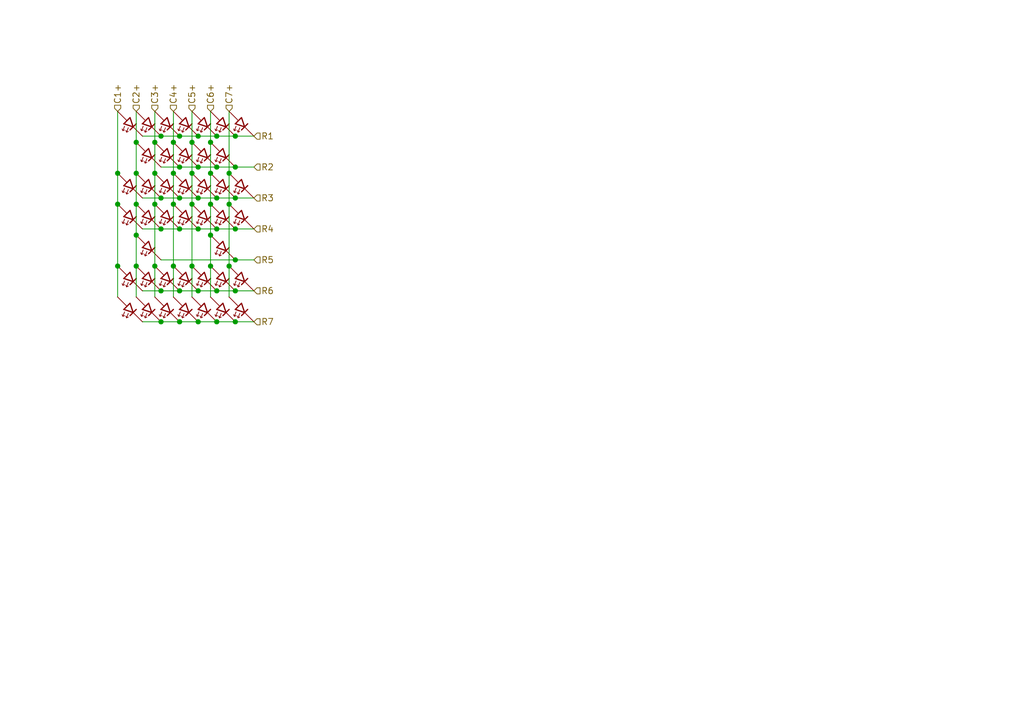
<source format=kicad_sch>
(kicad_sch (version 20250114) (generator "eeschema") (generator_version "9.0")
  (paper "A5")
  (lib_symbols
    (symbol "Device:LED_45deg" (pin_numbers (hide yes)) (pin_names (offset 0) (hide yes))
      (property "Reference" "D" (at 1.27 2.54 0))
      (property "Value" "LED_45deg" (at 1.27 0 0))
      (property "Sim.Pins" "1=K 2=A" (at 0 0 0))
      (symbol "LED_45deg_0_1"
        (polyline (pts (xy -1.4732 -1.4224) (xy -1.6256 -1.0668)))
        (polyline (pts (xy -1.27 0) (xy 0 1.27) (xy 0.635 -0.635) (xy -1.27 0)) (stroke (width 0.254)))
        (polyline (pts (xy -1.1176 -0.508) (xy -1.4732 -1.4224) (xy -1.1176 -1.27)))
        (polyline (pts (xy -0.7112 -1.7272) (xy -0.8636 -1.3716)))
        (polyline (pts (xy -0.635 0.635) (xy -2.54 2.54)))
        (polyline (pts (xy -0.3556 -0.8128) (xy -0.7112 -1.7272) (xy -0.3556 -1.5748)))
        (polyline (pts (xy 0 -1.27) (xy 1.27 0)) (stroke (width 0.254)))
        (polyline (pts (xy 2.54 -2.54) (xy 0.635 -0.635)))
      )
      (symbol "LED_45deg_1_1"
        (pin passive line (at -2.54 2.54 0) (length 0) (name "A") (number "2"))
        (pin passive line (at 2.54 -2.54 180) (length 0) (name "K") (number "1"))
      )
    )
  )
  (junction (at 24.13 41.91))
  (junction (at 48.26 59.69))
  (junction (at 40.64 46.99))
  (junction (at 48.26 53.34))
  (junction (at 43.18 48.26))
  (junction (at 39.37 29.21))
  (junction (at 40.64 66.04))
  (junction (at 39.37 35.56))
  (junction (at 48.26 27.94))
  (junction (at 48.26 34.29))
  (junction (at 36.83 66.04))
  (junction (at 39.37 54.61))
  (junction (at 48.26 40.64))
  (junction (at 36.83 27.94))
  (junction (at 46.99 41.91))
  (junction (at 31.75 29.21))
  (junction (at 31.75 54.61))
  (junction (at 27.94 54.61))
  (junction (at 36.83 59.69))
  (junction (at 31.75 41.91))
  (junction (at 43.18 41.91))
  (junction (at 40.64 34.29))
  (junction (at 46.99 35.56))
  (junction (at 33.02 59.69))
  (junction (at 48.26 46.99))
  (junction (at 44.45 27.94))
  (junction (at 39.37 41.91))
  (junction (at 40.64 27.94))
  (junction (at 27.94 48.26))
  (junction (at 40.64 59.69))
  (junction (at 24.13 54.61))
  (junction (at 33.02 27.94))
  (junction (at 40.64 40.64))
  (junction (at 31.75 35.56))
  (junction (at 43.18 54.61))
  (junction (at 27.94 35.56))
  (junction (at 35.56 29.21))
  (junction (at 44.45 34.29))
  (junction (at 36.83 46.99))
  (junction (at 33.02 46.99))
  (junction (at 43.18 29.21))
  (junction (at 33.02 40.64))
  (junction (at 44.45 46.99))
  (junction (at 35.56 41.91))
  (junction (at 35.56 54.61))
  (junction (at 36.83 40.64))
  (junction (at 44.45 40.64))
  (junction (at 44.45 59.69))
  (junction (at 46.99 54.61))
  (junction (at 48.26 66.04))
  (junction (at 27.94 29.21))
  (junction (at 43.18 35.56))
  (junction (at 44.45 66.04))
  (junction (at 36.83 34.29))
  (junction (at 24.13 35.56))
  (junction (at 35.56 35.56))
  (junction (at 27.94 41.91))
  (junction (at 33.02 66.04))
  (wire (pts (xy 36.83 66.04) (xy 40.64 66.04)))
  (wire (pts (xy 36.83 59.69) (xy 40.64 59.69)))
  (wire (pts (xy 31.75 29.21) (xy 31.75 35.56)))
  (wire (pts (xy 39.37 29.21) (xy 39.37 35.56)))
  (wire (pts (xy 43.18 54.61) (xy 43.18 60.96)))
  (wire (pts (xy 36.83 34.29) (xy 40.64 34.29)))
  (wire (pts (xy 44.45 66.04) (xy 48.26 66.04)))
  (wire (pts (xy 48.26 66.04) (xy 52.07 66.04)))
  (wire (pts (xy 27.94 35.56) (xy 27.94 41.91)))
  (wire (pts (xy 27.94 54.61) (xy 27.94 60.96)))
  (wire (pts (xy 31.75 35.56) (xy 31.75 41.91)))
  (wire (pts (xy 44.45 27.94) (xy 48.26 27.94)))
  (wire (pts (xy 48.26 40.64) (xy 52.07 40.64)))
  (wire (pts (xy 46.99 41.91) (xy 46.99 54.61)))
  (wire (pts (xy 48.26 27.94) (xy 52.07 27.94)))
  (wire (pts (xy 40.64 59.69) (xy 44.45 59.69)))
  (wire (pts (xy 40.64 34.29) (xy 44.45 34.29)))
  (wire (pts (xy 35.56 35.56) (xy 35.56 41.91)))
  (wire (pts (xy 24.13 54.61) (xy 24.13 60.96)))
  (wire (pts (xy 44.45 59.69) (xy 48.26 59.69)))
  (wire (pts (xy 43.18 29.21) (xy 43.18 35.56)))
  (wire (pts (xy 24.13 22.86) (xy 24.13 35.56)))
  (wire (pts (xy 33.02 66.04) (xy 36.83 66.04)))
  (wire (pts (xy 39.37 41.91) (xy 39.37 54.61)))
  (wire (pts (xy 43.18 41.91) (xy 43.18 48.26)))
  (wire (pts (xy 43.18 22.86) (xy 43.18 29.21)))
  (wire (pts (xy 31.75 22.86) (xy 31.75 29.21)))
  (wire (pts (xy 33.02 34.29) (xy 36.83 34.29)))
  (wire (pts (xy 29.21 27.94) (xy 33.02 27.94)))
  (wire (pts (xy 36.83 40.64) (xy 40.64 40.64)))
  (wire (pts (xy 24.13 35.56) (xy 24.13 41.91)))
  (wire (pts (xy 33.02 59.69) (xy 36.83 59.69)))
  (wire (pts (xy 33.02 27.94) (xy 36.83 27.94)))
  (wire (pts (xy 27.94 41.91) (xy 27.94 48.26)))
  (wire (pts (xy 46.99 35.56) (xy 46.99 41.91)))
  (wire (pts (xy 40.64 40.64) (xy 44.45 40.64)))
  (wire (pts (xy 35.56 29.21) (xy 35.56 35.56)))
  (wire (pts (xy 44.45 46.99) (xy 48.26 46.99)))
  (wire (pts (xy 35.56 22.86) (xy 35.56 29.21)))
  (wire (pts (xy 44.45 40.64) (xy 48.26 40.64)))
  (wire (pts (xy 43.18 35.56) (xy 43.18 41.91)))
  (wire (pts (xy 29.21 40.64) (xy 33.02 40.64)))
  (wire (pts (xy 40.64 66.04) (xy 44.45 66.04)))
  (wire (pts (xy 29.21 59.69) (xy 33.02 59.69)))
  (wire (pts (xy 33.02 46.99) (xy 36.83 46.99)))
  (wire (pts (xy 31.75 54.61) (xy 31.75 60.96)))
  (wire (pts (xy 39.37 22.86) (xy 39.37 29.21)))
  (wire (pts (xy 48.26 53.34) (xy 52.07 53.34)))
  (wire (pts (xy 36.83 46.99) (xy 40.64 46.99)))
  (wire (pts (xy 48.26 46.99) (xy 52.07 46.99)))
  (wire (pts (xy 35.56 54.61) (xy 35.56 60.96)))
  (wire (pts (xy 27.94 29.21) (xy 27.94 35.56)))
  (wire (pts (xy 40.64 46.99) (xy 44.45 46.99)))
  (wire (pts (xy 48.26 59.69) (xy 52.07 59.69)))
  (wire (pts (xy 39.37 35.56) (xy 39.37 41.91)))
  (wire (pts (xy 48.26 34.29) (xy 52.07 34.29)))
  (wire (pts (xy 24.13 41.91) (xy 24.13 54.61)))
  (wire (pts (xy 27.94 48.26) (xy 27.94 54.61)))
  (wire (pts (xy 29.21 66.04) (xy 33.02 66.04)))
  (wire (pts (xy 33.02 40.64) (xy 36.83 40.64)))
  (wire (pts (xy 36.83 27.94) (xy 40.64 27.94)))
  (wire (pts (xy 31.75 41.91) (xy 31.75 54.61)))
  (wire (pts (xy 29.21 46.99) (xy 33.02 46.99)))
  (wire (pts (xy 33.02 53.34) (xy 48.26 53.34)))
  (wire (pts (xy 46.99 22.86) (xy 46.99 35.56)))
  (wire (pts (xy 40.64 27.94) (xy 44.45 27.94)))
  (wire (pts (xy 46.99 54.61) (xy 46.99 60.96)))
  (wire (pts (xy 27.94 22.86) (xy 27.94 29.21)))
  (wire (pts (xy 39.37 54.61) (xy 39.37 60.96)))
  (wire (pts (xy 44.45 34.29) (xy 48.26 34.29)))
  (wire (pts (xy 43.18 48.26) (xy 43.18 54.61)))
  (wire (pts (xy 35.56 41.91) (xy 35.56 54.61)))
  (hierarchical_label "C5+" (shape input) (at 39.37 22.86 90))
  (hierarchical_label "R1" (shape input) (at 52.07 27.94 0))
  (hierarchical_label "R6" (shape input) (at 52.07 59.69 0))
  (hierarchical_label "C2+" (shape input) (at 27.94 22.86 90))
  (hierarchical_label "C6+" (shape input) (at 43.18 22.86 90))
  (hierarchical_label "C4+" (shape input) (at 35.56 22.86 90))
  (hierarchical_label "R3" (shape input) (at 52.07 40.64 0))
  (hierarchical_label "C3+" (shape input) (at 31.75 22.86 90))
  (hierarchical_label "R5" (shape input) (at 52.07 53.34 0))
  (hierarchical_label "R4" (shape input) (at 52.07 46.99 0))
  (hierarchical_label "R2" (shape input) (at 52.07 34.29 0))
  (hierarchical_label "C1+" (shape input) (at 24.13 22.86 90))
  (hierarchical_label "R7" (shape input) (at 52.07 66.04 0))
  (hierarchical_label "C7+" (shape input) (at 46.99 22.86 90))
  (symbol (lib_id "Device:LED_45deg") (at 41.91 57.15 0) (unit 1)
    (property "Reference" "D554" (effects (hide yes)))
    (property "Value" "LED_45deg" (effects (hide yes)))
    (property "Description" "Light emitting diode, rotated by 45°" (effects (hide yes)))
    (property "Sim.Pins" "1=K 2=A" (effects (hide yes)))
    (property "JLCPCB Part #" "C5210950" (effects (hide yes)))
  )
  (symbol (lib_id "Device:LED_45deg") (at 26.67 25.4 0) (unit 1)
    (property "Reference" "D514" (effects (hide yes)))
    (property "Value" "LED_45deg" (effects (hide yes)))
    (property "Description" "Light emitting diode, rotated by 45°" (effects (hide yes)))
    (property "Sim.Pins" "1=K 2=A" (effects (hide yes)))
    (property "JLCPCB Part #" "C5210950" (effects (hide yes)))
  )
  (symbol (lib_id "Device:LED_45deg") (at 26.67 57.15 0) (unit 1)
    (property "Reference" "D542" (effects (hide yes)))
    (property "Value" "LED_45deg" (effects (hide yes)))
    (property "Description" "Light emitting diode, rotated by 45°" (effects (hide yes)))
    (property "Sim.Pins" "1=K 2=A" (effects (hide yes)))
    (property "JLCPCB Part #" "C5210950" (effects (hide yes)))
  )
  (symbol (lib_id "Device:LED_45deg") (at 26.67 44.45 0) (unit 1)
    (property "Reference" "D528" (effects (hide yes)))
    (property "Value" "LED_45deg" (effects (hide yes)))
    (property "Description" "Light emitting diode, rotated by 45°" (effects (hide yes)))
    (property "Sim.Pins" "1=K 2=A" (effects (hide yes)))
    (property "JLCPCB Part #" "C5210950" (effects (hide yes)))
  )
  (symbol (lib_id "Device:LED_45deg") (at 49.53 25.4 0) (unit 1)
    (property "Reference" "D519" (effects (hide yes)))
    (property "Value" "LED_45deg" (effects (hide yes)))
    (property "Description" "Light emitting diode, rotated by 45°" (effects (hide yes)))
    (property "Sim.Pins" "1=K 2=A" (effects (hide yes)))
    (property "JLCPCB Part #" "C5210950" (effects (hide yes)))
  )
  (symbol (lib_id "Device:LED_45deg") (at 41.91 63.5 0) (unit 1)
    (property "Reference" "D555" (effects (hide yes)))
    (property "Value" "LED_45deg" (effects (hide yes)))
    (property "Description" "Light emitting diode, rotated by 45°" (effects (hide yes)))
    (property "Sim.Pins" "1=K 2=A" (effects (hide yes)))
    (property "JLCPCB Part #" "C5210950" (effects (hide yes)))
  )
  (symbol (lib_id "Device:LED_45deg") (at 30.48 38.1 0) (unit 1)
    (property "Reference" "D529" (effects (hide yes)))
    (property "Value" "LED_45deg" (effects (hide yes)))
    (property "Description" "Light emitting diode, rotated by 45°" (effects (hide yes)))
    (property "Sim.Pins" "1=K 2=A" (effects (hide yes)))
    (property "JLCPCB Part #" "C5210950" (effects (hide yes)))
  )
  (symbol (lib_id "Device:LED_45deg") (at 45.72 50.8 0) (unit 1)
    (property "Reference" "D556" (effects (hide yes)))
    (property "Value" "LED_45deg" (effects (hide yes)))
    (property "Description" "Light emitting diode, rotated by 45°" (effects (hide yes)))
    (property "Sim.Pins" "1=K 2=A" (effects (hide yes)))
    (property "JLCPCB Part #" "C5210950" (effects (hide yes)))
  )
  (symbol (lib_id "Device:LED_45deg") (at 49.53 38.1 0) (unit 1)
    (property "Reference" "D539" (effects (hide yes)))
    (property "Value" "LED_45deg" (effects (hide yes)))
    (property "Description" "Light emitting diode, rotated by 45°" (effects (hide yes)))
    (property "Sim.Pins" "1=K 2=A" (effects (hide yes)))
    (property "JLCPCB Part #" "C5210950" (effects (hide yes)))
  )
  (symbol (lib_id "Device:LED_45deg") (at 49.53 63.5 0) (unit 1)
    (property "Reference" "D561" (effects (hide yes)))
    (property "Value" "LED_45deg" (effects (hide yes)))
    (property "Description" "Light emitting diode, rotated by 45°" (effects (hide yes)))
    (property "Sim.Pins" "1=K 2=A" (effects (hide yes)))
    (property "JLCPCB Part #" "C5210950" (effects (hide yes)))
  )
  (symbol (lib_id "Device:LED_45deg") (at 34.29 25.4 0) (unit 1)
    (property "Reference" "D515" (effects (hide yes)))
    (property "Value" "LED_45deg" (effects (hide yes)))
    (property "Description" "Light emitting diode, rotated by 45°" (effects (hide yes)))
    (property "Sim.Pins" "1=K 2=A" (effects (hide yes)))
    (property "JLCPCB Part #" "C5210950" (effects (hide yes)))
  )
  (symbol (lib_id "Device:LED_45deg") (at 34.29 44.45 0) (unit 1)
    (property "Reference" "D532" (effects (hide yes)))
    (property "Value" "LED_45deg" (effects (hide yes)))
    (property "Description" "Light emitting diode, rotated by 45°" (effects (hide yes)))
    (property "Sim.Pins" "1=K 2=A" (effects (hide yes)))
    (property "JLCPCB Part #" "C5210950" (effects (hide yes)))
  )
  (symbol (lib_id "Device:LED_45deg") (at 26.67 38.1 0) (unit 1)
    (property "Reference" "D527" (effects (hide yes)))
    (property "Value" "LED_45deg" (effects (hide yes)))
    (property "Description" "Light emitting diode, rotated by 45°" (effects (hide yes)))
    (property "Sim.Pins" "1=K 2=A" (effects (hide yes)))
    (property "JLCPCB Part #" "C5210950" (effects (hide yes)))
  )
  (symbol (lib_id "Device:LED_45deg") (at 30.48 57.15 0) (unit 1)
    (property "Reference" "D545" (effects (hide yes)))
    (property "Value" "LED_45deg" (effects (hide yes)))
    (property "Description" "Light emitting diode, rotated by 45°" (effects (hide yes)))
    (property "Sim.Pins" "1=K 2=A" (effects (hide yes)))
    (property "JLCPCB Part #" "C5210950" (effects (hide yes)))
  )
  (symbol (lib_id "Device:LED_45deg") (at 45.72 31.75 0) (unit 1)
    (property "Reference" "D525" (effects (hide yes)))
    (property "Value" "LED_45deg" (effects (hide yes)))
    (property "Description" "Light emitting diode, rotated by 45°" (effects (hide yes)))
    (property "Sim.Pins" "1=K 2=A" (effects (hide yes)))
    (property "JLCPCB Part #" "C5210950" (effects (hide yes)))
  )
  (symbol (lib_id "Device:LED_45deg") (at 38.1 63.5 0) (unit 1)
    (property "Reference" "D552" (effects (hide yes)))
    (property "Value" "LED_45deg" (effects (hide yes)))
    (property "Description" "Light emitting diode, rotated by 45°" (effects (hide yes)))
    (property "Sim.Pins" "1=K 2=A" (effects (hide yes)))
    (property "JLCPCB Part #" "C5210950" (effects (hide yes)))
  )
  (symbol (lib_id "Device:LED_45deg") (at 30.48 25.4 0) (unit 1)
    (property "Reference" "D513" (effects (hide yes)))
    (property "Value" "LED_45deg" (effects (hide yes)))
    (property "Description" "Light emitting diode, rotated by 45°" (effects (hide yes)))
    (property "Sim.Pins" "1=K 2=A" (effects (hide yes)))
    (property "JLCPCB Part #" "C5210950" (effects (hide yes)))
  )
  (symbol (lib_id "Device:LED_45deg") (at 45.72 38.1 0) (unit 1)
    (property "Reference" "D537" (effects (hide yes)))
    (property "Value" "LED_45deg" (effects (hide yes)))
    (property "Description" "Light emitting diode, rotated by 45°" (effects (hide yes)))
    (property "Sim.Pins" "1=K 2=A" (effects (hide yes)))
    (property "JLCPCB Part #" "C5210950" (effects (hide yes)))
  )
  (symbol (lib_id "Device:LED_45deg") (at 49.53 57.15 0) (unit 1)
    (property "Reference" "D560" (effects (hide yes)))
    (property "Value" "LED_45deg" (effects (hide yes)))
    (property "Description" "Light emitting diode, rotated by 45°" (effects (hide yes)))
    (property "Sim.Pins" "1=K 2=A" (effects (hide yes)))
    (property "JLCPCB Part #" "C5210950" (effects (hide yes)))
  )
  (symbol (lib_id "Device:LED_45deg") (at 30.48 50.8 0) (unit 1)
    (property "Reference" "D544" (effects (hide yes)))
    (property "Value" "LED_45deg" (effects (hide yes)))
    (property "Description" "Light emitting diode, rotated by 45°" (effects (hide yes)))
    (property "Sim.Pins" "1=K 2=A" (effects (hide yes)))
    (property "JLCPCB Part #" "C5210950" (effects (hide yes)))
  )
  (symbol (lib_id "Device:LED_45deg") (at 34.29 57.15 0) (unit 1)
    (property "Reference" "D548" (effects (hide yes)))
    (property "Value" "LED_45deg" (effects (hide yes)))
    (property "Description" "Light emitting diode, rotated by 45°" (effects (hide yes)))
    (property "Sim.Pins" "1=K 2=A" (effects (hide yes)))
    (property "JLCPCB Part #" "C5210950" (effects (hide yes)))
  )
  (symbol (lib_id "Device:LED_45deg") (at 45.72 44.45 0) (unit 1)
    (property "Reference" "D538" (effects (hide yes)))
    (property "Value" "LED_45deg" (effects (hide yes)))
    (property "Description" "Light emitting diode, rotated by 45°" (effects (hide yes)))
    (property "Sim.Pins" "1=K 2=A" (effects (hide yes)))
    (property "JLCPCB Part #" "C5210950" (effects (hide yes)))
  )
  (symbol (lib_id "Device:LED_45deg") (at 38.1 25.4 0) (unit 1)
    (property "Reference" "D516" (effects (hide yes)))
    (property "Value" "LED_45deg" (effects (hide yes)))
    (property "Description" "Light emitting diode, rotated by 45°" (effects (hide yes)))
    (property "Sim.Pins" "1=K 2=A" (effects (hide yes)))
    (property "JLCPCB Part #" "C5210950" (effects (hide yes)))
  )
  (symbol (lib_id "Device:LED_45deg") (at 30.48 63.5 0) (unit 1)
    (property "Reference" "D546" (effects (hide yes)))
    (property "Value" "LED_45deg" (effects (hide yes)))
    (property "Description" "Light emitting diode, rotated by 45°" (effects (hide yes)))
    (property "Sim.Pins" "1=K 2=A" (effects (hide yes)))
    (property "JLCPCB Part #" "C5210950" (effects (hide yes)))
  )
  (symbol (lib_id "Device:LED_45deg") (at 41.91 25.4 0) (unit 1)
    (property "Reference" "D517" (effects (hide yes)))
    (property "Value" "LED_45deg" (effects (hide yes)))
    (property "Description" "Light emitting diode, rotated by 45°" (effects (hide yes)))
    (property "Sim.Pins" "1=K 2=A" (effects (hide yes)))
    (property "JLCPCB Part #" "C5210950" (effects (hide yes)))
  )
  (symbol (lib_id "Device:LED_45deg") (at 41.91 38.1 0) (unit 1)
    (property "Reference" "D535" (effects (hide yes)))
    (property "Value" "LED_45deg" (effects (hide yes)))
    (property "Description" "Light emitting diode, rotated by 45°" (effects (hide yes)))
    (property "Sim.Pins" "1=K 2=A" (effects (hide yes)))
    (property "JLCPCB Part #" "C5210950" (effects (hide yes)))
  )
  (symbol (lib_id "Device:LED_45deg") (at 41.91 44.45 0) (unit 1)
    (property "Reference" "D536" (effects (hide yes)))
    (property "Value" "LED_45deg" (effects (hide yes)))
    (property "Description" "Light emitting diode, rotated by 45°" (effects (hide yes)))
    (property "Sim.Pins" "1=K 2=A" (effects (hide yes)))
    (property "JLCPCB Part #" "C5210950" (effects (hide yes)))
  )
  (symbol (lib_id "Device:LED_45deg") (at 38.1 31.75 0) (unit 1)
    (property "Reference" "D523" (effects (hide yes)))
    (property "Value" "LED_45deg" (effects (hide yes)))
    (property "Description" "Light emitting diode, rotated by 45°" (effects (hide yes)))
    (property "Sim.Pins" "1=K 2=A" (effects (hide yes)))
    (property "JLCPCB Part #" "C5210950" (effects (hide yes)))
  )
  (symbol (lib_id "Device:LED_45deg") (at 34.29 63.5 0) (unit 1)
    (property "Reference" "D549" (effects (hide yes)))
    (property "Value" "LED_45deg" (effects (hide yes)))
    (property "Description" "Light emitting diode, rotated by 45°" (effects (hide yes)))
    (property "Sim.Pins" "1=K 2=A" (effects (hide yes)))
    (property "JLCPCB Part #" "C5210950" (effects (hide yes)))
  )
  (symbol (lib_id "Device:LED_45deg") (at 34.29 31.75 0) (unit 1)
    (property "Reference" "D522" (effects (hide yes)))
    (property "Value" "LED_45deg" (effects (hide yes)))
    (property "Description" "Light emitting diode, rotated by 45°" (effects (hide yes)))
    (property "Sim.Pins" "1=K 2=A" (effects (hide yes)))
    (property "JLCPCB Part #" "C5210950" (effects (hide yes)))
  )
  (symbol (lib_id "Device:LED_45deg") (at 30.48 44.45 0) (unit 1)
    (property "Reference" "D530" (effects (hide yes)))
    (property "Value" "LED_45deg" (effects (hide yes)))
    (property "Description" "Light emitting diode, rotated by 45°" (effects (hide yes)))
    (property "Sim.Pins" "1=K 2=A" (effects (hide yes)))
    (property "JLCPCB Part #" "C5210950" (effects (hide yes)))
  )
  (symbol (lib_id "Device:LED_45deg") (at 49.53 44.45 0) (unit 1)
    (property "Reference" "D540" (effects (hide yes)))
    (property "Value" "LED_45deg" (effects (hide yes)))
    (property "Description" "Light emitting diode, rotated by 45°" (effects (hide yes)))
    (property "Sim.Pins" "1=K 2=A" (effects (hide yes)))
    (property "JLCPCB Part #" "C5210950" (effects (hide yes)))
  )
  (symbol (lib_id "Device:LED_45deg") (at 30.48 31.75 0) (unit 1)
    (property "Reference" "D521" (effects (hide yes)))
    (property "Value" "LED_45deg" (effects (hide yes)))
    (property "Description" "Light emitting diode, rotated by 45°" (effects (hide yes)))
    (property "Sim.Pins" "1=K 2=A" (effects (hide yes)))
    (property "JLCPCB Part #" "C5210950" (effects (hide yes)))
  )
  (symbol (lib_id "Device:LED_45deg") (at 45.72 25.4 0) (unit 1)
    (property "Reference" "D518" (effects (hide yes)))
    (property "Value" "LED_45deg" (effects (hide yes)))
    (property "Description" "Light emitting diode, rotated by 45°" (effects (hide yes)))
    (property "Sim.Pins" "1=K 2=A" (effects (hide yes)))
    (property "JLCPCB Part #" "C5210950" (effects (hide yes)))
  )
  (symbol (lib_id "Device:LED_45deg") (at 41.91 31.75 0) (unit 1)
    (property "Reference" "D524" (effects (hide yes)))
    (property "Value" "LED_45deg" (effects (hide yes)))
    (property "Description" "Light emitting diode, rotated by 45°" (effects (hide yes)))
    (property "Sim.Pins" "1=K 2=A" (effects (hide yes)))
    (property "JLCPCB Part #" "C5210950" (effects (hide yes)))
  )
  (symbol (lib_id "Device:LED_45deg") (at 34.29 38.1 0) (unit 1)
    (property "Reference" "D531" (effects (hide yes)))
    (property "Value" "LED_45deg" (effects (hide yes)))
    (property "Description" "Light emitting diode, rotated by 45°" (effects (hide yes)))
    (property "Sim.Pins" "1=K 2=A" (effects (hide yes)))
    (property "JLCPCB Part #" "C5210950" (effects (hide yes)))
  )
  (symbol (lib_id "Device:LED_45deg") (at 45.72 63.5 0) (unit 1)
    (property "Reference" "D558" (effects (hide yes)))
    (property "Value" "LED_45deg" (effects (hide yes)))
    (property "Description" "Light emitting diode, rotated by 45°" (effects (hide yes)))
    (property "Sim.Pins" "1=K 2=A" (effects (hide yes)))
    (property "JLCPCB Part #" "C5210950" (effects (hide yes)))
  )
  (symbol (lib_id "Device:LED_45deg") (at 38.1 38.1 0) (unit 1)
    (property "Reference" "D533" (effects (hide yes)))
    (property "Value" "LED_45deg" (effects (hide yes)))
    (property "Description" "Light emitting diode, rotated by 45°" (effects (hide yes)))
    (property "Sim.Pins" "1=K 2=A" (effects (hide yes)))
    (property "JLCPCB Part #" "C5210950" (effects (hide yes)))
  )
  (symbol (lib_id "Device:LED_45deg") (at 26.67 63.5 0) (unit 1)
    (property "Reference" "D543" (effects (hide yes)))
    (property "Value" "LED_45deg" (effects (hide yes)))
    (property "Description" "Light emitting diode, rotated by 45°" (effects (hide yes)))
    (property "Sim.Pins" "1=K 2=A" (effects (hide yes)))
    (property "JLCPCB Part #" "C5210950" (effects (hide yes)))
  )
  (symbol (lib_id "Device:LED_45deg") (at 38.1 57.15 0) (unit 1)
    (property "Reference" "D551" (effects (hide yes)))
    (property "Value" "LED_45deg" (effects (hide yes)))
    (property "Description" "Light emitting diode, rotated by 45°" (effects (hide yes)))
    (property "Sim.Pins" "1=K 2=A" (effects (hide yes)))
    (property "JLCPCB Part #" "C5210950" (effects (hide yes)))
  )
  (symbol (lib_id "Device:LED_45deg") (at 38.1 44.45 0) (unit 1)
    (property "Reference" "D534" (effects (hide yes)))
    (property "Value" "LED_45deg" (effects (hide yes)))
    (property "Description" "Light emitting diode, rotated by 45°" (effects (hide yes)))
    (property "Sim.Pins" "1=K 2=A" (effects (hide yes)))
    (property "JLCPCB Part #" "C5210950" (effects (hide yes)))
  )
  (symbol (lib_id "Device:LED_45deg") (at 45.72 57.15 0) (unit 1)
    (property "Reference" "D557" (effects (hide yes)))
    (property "Value" "LED_45deg" (effects (hide yes)))
    (property "Description" "Light emitting diode, rotated by 45°" (effects (hide yes)))
    (property "Sim.Pins" "1=K 2=A" (effects (hide yes)))
    (property "JLCPCB Part #" "C5210950" (effects (hide yes)))
  )
)
</source>
